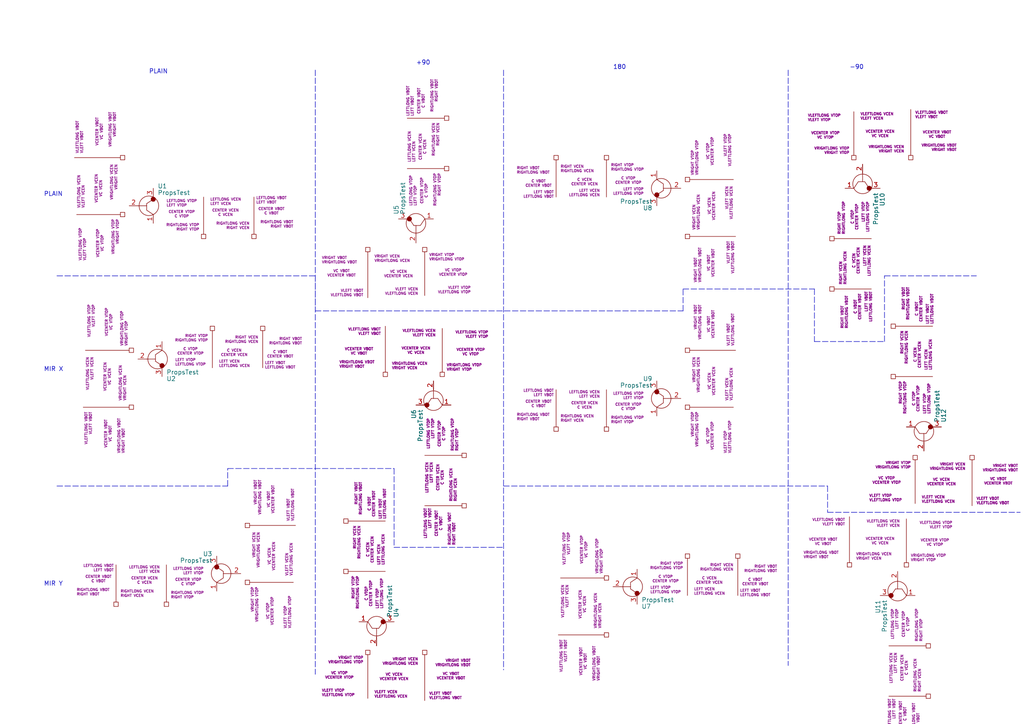
<source format=kicad_sch>
(kicad_sch (version 20211123) (generator eeschema)
  (paper "A4")
  (lib_symbols
    (symbol "PropLib:PropsTest" (pin_names hide)
      (property "Reference" "U" (at 2.54 0.635 0))
      (property "Value" "PropsTest" (at 2.54 -1.27 0))
      (property "Field4" "LEFTLONG VTOP" (at 5.08 -3.175 0))
      (property "Field5" "LEFT VTOP" (at 5.08 -4.445 0))
      (property "Field6" "CENTER VTOP" (at 9.525 -6.35 0))
      (property "Field7" "C VTOP" (at 9.525 -7.62 0))
      (property "Field8" "RIGHTLONG VTOP" (at 14.605 -10.16 0))
      (property "Field9" "RIGHT VTOP" (at 14.605 -11.43 0))
      (property "Field10" "LEFTLONG VCEN" (at 17.78 -3.175 0))
      (property "Field11" "LEFT VCEN" (at 17.78 -4.445 0))
      (property "Field12" "CENTER VCEN" (at 22.225 -6.35 0))
      (property "Field13" "C VCEN" (at 22.225 -7.62 0))
      (property "Field14" "RIGHTLONG VCEN" (at 29.21 -10.16 0))
      (property "Field15" "RIGHT VCEN" (at 29.21 -11.43 0))
      (property "Field16" "LEFTLONG VBOT" (at 31.115 -3.175 0))
      (property "Field17" "LEFT VBOT" (at 31.115 -4.445 0))
      (property "Field18" "CENTER VBOT" (at 35.56 -6.35 0))
      (property "Field19" "C VBOT" (at 35.56 -7.62 0))
      (property "Field20" "RIGHTLONG VBOT" (at 41.91 -10.16 0))
      (property "Field21" "RIGHT VBOT" (at 41.91 -11.43 0))
      (property "Field22" "VLEFTLONG VTOP" (at -20.32 -20.955 90))
      (property "Field23" "VLEFT VTOP" (at -19.05 -20.955 90))
      (property "Field24" "VCENTER VTOP" (at -15.24 -15.875 90))
      (property "Field25" "VC VTOP" (at -13.97 -15.875 90))
      (property "Field26" "VRIGHTLONG VTOP" (at -10.795 -8.89 90))
      (property "Field27" "VRIGHT VTOP" (at -9.525 -8.89 90))
      (property "Field28" "VLEFTLONG VCEN" (at -20.32 -5.715 90))
      (property "Field29" "VLEFT VCEN" (at -19.05 -5.715 90))
      (property "Field30" "VCENTER VCEN" (at -15.24 0 90))
      (property "Field31" "VC VCEN" (at -13.97 0 90))
      (property "Field32" "VRIGHTLONG VCEN" (at -10.795 6.985 90))
      (property "Field33" "VRIGHT VCEN" (at -9.525 6.985 90))
      (property "Field34" "VLEFTLONG VBOT" (at -20.32 10.16 90))
      (property "Field35" "VLEFT VBOT" (at -19.05 10.16 90))
      (property "Field36" "VCENTER VBOT" (at -14.605 16.51 90))
      (property "Field37" "VC VBOT" (at -13.335 16.51 90))
      (property "Field38" "VRIGHTLONG VBOT" (at -10.795 22.225 90))
      (property "Field39" "VRIGHT VBOT" (at -9.525 22.225 90))
      (symbol "PropsTest_0_1"
        (rectangle (start -8.255 -8.255) (end -6.985 -6.985))
        (rectangle (start -8.255 8.255) (end -6.985 9.525))
        (circle (center 0 -5.08) (radius 2.8398))
        (polyline (pts (xy -21.59 8.89) (xy -8.255 8.89)))
        (polyline (pts (xy -20.955 -7.62) (xy -8.255 -7.62)))
        (polyline (pts (xy -0.635 -5.08) (xy -3.175 -5.08)))
        (polyline (pts (xy -0.635 -4.445) (xy 1.27 -3.175)))
        (polyline (pts (xy 15.875 -2.54) (xy 15.875 -13.335)))
        (polyline (pts (xy 30.48 -2.54) (xy 30.48 -13.335)))
        (polyline (pts (xy -0.635 -4.445) (xy -0.635 -6.35) (xy 1.27 -7.62)))
        (circle (center 1.27 -3.175) (radius 0.635) (fill (type outline)))
        (rectangle (start 15.24 -13.335) (end 16.51 -14.605))
        (rectangle (start 29.845 -13.335) (end 31.115 -14.605))
      )
      (symbol "PropsTest_1_1"
        (pin input line (at 1.27 -10.16 90) (length 2.54) (name "1") (number "1"))
        (pin input line (at -5.715 -5.08 0) (length 2.54) (name "2") (number "2"))
        (pin input line (at 1.27 0 270) (length 2.54) (name "3") (number "3"))
      )
    )
  )
  (polyline (pts (xy 228.6 20.32) (xy 228.6 193.04)))
  (polyline (pts (xy 256.54 80.01) (xy 283.21 80.01)))
  (polyline (pts (xy 146.05 20.32) (xy 146.05 194.31)))
  (polyline (pts (xy 66.04 140.97) (xy 66.04 135.89)))
  (polyline (pts (xy 146.05 140.97) (xy 240.03 140.97)))
  (polyline (pts (xy 114.3 135.89) (xy 114.3 158.75)))
  (polyline (pts (xy 91.44 90.17) (xy 198.12 90.17)))
  (polyline (pts (xy 91.44 80.01) (xy 91.44 90.17)))
  (polyline (pts (xy 91.44 20.32) (xy 91.44 195.58)))
  (polyline (pts (xy 16.51 140.97) (xy 66.04 140.97)))
  (polyline (pts (xy 114.3 158.75) (xy 146.05 158.75)))
  (polyline (pts (xy 66.04 135.89) (xy 114.3 135.89)))
  (polyline (pts (xy 198.12 90.17) (xy 198.12 83.82)))
  (polyline (pts (xy 240.03 140.97) (xy 240.03 148.59)))
  (polyline (pts (xy 198.12 83.82) (xy 236.22 83.82)))
  (polyline (pts (xy 16.51 80.01) (xy 91.44 80.01)))
  (polyline (pts (xy 236.22 99.06) (xy 256.54 99.06)))
  (polyline (pts (xy 240.03 148.59) (xy 295.91 148.59)))
  (polyline (pts (xy 236.22 83.82) (xy 236.22 99.06)))
  (polyline (pts (xy 256.54 99.06) (xy 256.54 80.01)))
  (text "PLAIN" (at 12.7 57.15 0) (effects (font (size 1.27 1.27)) (justify left bottom)))
  (text "MIR Y" (at 12.7 170.18 0) (effects (font (size 1.27 1.27)) (justify left bottom)))
  (text "PLAIN" (at 43.18 21.59 0) (effects (font (size 1.27 1.27)) (justify left bottom)))
  (text "-90" (at 246.38 20.32 0) (effects (font (size 1.27 1.27)) (justify left bottom)))
  (text "180" (at 177.8 20.32 0) (effects (font (size 1.27 1.27)) (justify left bottom)))
  (text "+90" (at 120.65 19.05 0) (effects (font (size 1.27 1.27)) (justify left bottom)))
  (text "MIR X" (at 12.7 107.95 0) (effects (font (size 1.27 1.27)) (justify left bottom)))
  (symbol (lib_id "PropLib:PropsTest") (at 183.515 175.26 0) (mirror x) (unit 1)
    (property "Reference" "U7" (at 186.055 175.895 0) (effects (justify left)))
    (property "Value" "PropsTest" (at 186.055 173.99 0) (effects (justify left)))
    (property "Field4" "LEFTLONG VTOP" (at 188.595 172.085 0) (effects (font (size 0.75 0.75)) (justify left top)))
    (property "Field5" "LEFT VTOP" (at 188.595 170.815 0) (effects (font (size 0.75 0.75)) (justify left top)))
    (property "Field6" "CENTER VTOP" (at 193.04 168.91 0) (effects (font (size 0.75 0.75)) (justify top)))
    (property "Field7" "C VTOP" (at 193.04 167.64 0) (effects (font (size 0.75 0.75)) (justify top)))
    (property "Field8" "RIGHTLONG VTOP" (at 198.12 165.1 0) (effects (font (size 0.75 0.75)) (justify right top)))
    (property "Field9" "RIGHT VTOP" (at 198.12 163.83 0) (effects (font (size 0.75 0.75)) (justify right top)))
    (property "Field10" "LEFTLONG VCEN" (at 201.295 172.085 0) (effects (font (size 0.75 0.75)) (justify left)))
    (property "Field11" "LEFT VCEN" (at 201.295 170.815 0) (effects (font (size 0.75 0.75)) (justify left)))
    (property "Field12" "CENTER VCEN" (at 205.74 168.91 0) (effects (font (size 0.75 0.75))))
    (property "Field13" "C VCEN" (at 205.74 167.64 0) (effects (font (size 0.75 0.75))))
    (property "Field14" "RIGHTLONG VCEN" (at 212.725 165.1 0) (effects (font (size 0.75 0.75)) (justify right)))
    (property "Field15" "RIGHT VCEN" (at 212.725 163.83 0) (effects (font (size 0.75 0.75)) (justify right)))
    (property "Field16" "LEFTLONG VBOT" (at 214.63 172.085 0) (effects (font (size 0.75 0.75)) (justify left bottom)))
    (property "Field17" "LEFT VBOT" (at 214.63 170.815 0) (effects (font (size 0.75 0.75)) (justify left bottom)))
    (property "Field18" "CENTER VBOT" (at 219.075 168.91 0) (effects (font (size 0.75 0.75)) (justify bottom)))
    (property "Field19" "C VBOT" (at 219.075 167.64 0) (effects (font (size 0.75 0.75)) (justify bottom)))
    (property "Field20" "RIGHTLONG VBOT" (at 225.425 165.1 0) (effects (font (size 0.75 0.75)) (justify right bottom)))
    (property "Field21" "RIGHT VBOT" (at 225.425 163.83 0) (effects (font (size 0.75 0.75)) (justify right bottom)))
    (property "Field22" "VLEFTLONG VTOP" (at 163.195 154.305 90) (effects (font (size 0.75 0.75)) (justify left top)))
    (property "Field23" "VLEFT VTOP" (at 164.465 154.305 90) (effects (font (size 0.75 0.75)) (justify left top)))
    (property "Field24" "VCENTER VTOP" (at 168.275 159.385 90) (effects (font (size 0.75 0.75)) (justify top)))
    (property "Field25" "VC VTOP" (at 169.545 159.385 90) (effects (font (size 0.75 0.75)) (justify top)))
    (property "Field26" "VRIGHTLONG VTOP" (at 172.72 166.37 90) (effects (font (size 0.75 0.75)) (justify right top)))
    (property "Field27" "VRIGHT VTOP" (at 173.99 166.37 90) (effects (font (size 0.75 0.75)) (justify right top)))
    (property "Field28" "VLEFTLONG VCEN" (at 163.195 169.545 90) (effects (font (size 0.75 0.75)) (justify left)))
    (property "Field29" "VLEFT VCEN" (at 164.465 169.545 90) (effects (font (size 0.75 0.75)) (justify left)))
    (property "Field30" "VCENTER VCEN" (at 168.275 175.26 90) (effects (font (size 0.75 0.75))))
    (property "Field31" "VC VCEN" (at 169.545 175.26 90) (effects (font (size 0.75 0.75))))
    (property "Field32" "VRIGHTLONG VCEN" (at 172.72 182.245 90) (effects (font (size 0.75 0.75)) (justify right)))
    (property "Field33" "VRIGHT VCEN" (at 173.99 182.245 90) (effects (font (size 0.75 0.75)) (justify right)))
    (property "Field34" "VLEFTLONG VBOT" (at 163.195 185.42 90) (effects (font (size 0.75 0.75)) (justify left bottom)))
    (property "Field35" "VLEFT VBOT" (at 164.465 185.42 90) (effects (font (size 0.75 0.75)) (justify left bottom)))
    (property "Field36" "VCENTER VBOT" (at 168.91 191.77 90) (effects (font (size 0.75 0.75)) (justify bottom)))
    (property "Field37" "VC VBOT" (at 170.18 191.77 90) (effects (font (size 0.75 0.75)) (justify bottom)))
    (property "Field38" "VRIGHTLONG VBOT" (at 172.72 197.485 90) (effects (font (size 0.75 0.75)) (justify right bottom)))
    (property "Field39" "VRIGHT VBOT" (at 173.99 197.485 90) (effects (font (size 0.75 0.75)) (justify right bottom)))
  )
  (symbol (lib_id "PropLib:PropsTest") (at 64.135 161.29 0) (mirror y) (unit 1)
    (property "Reference" "U3" (at 61.595 160.655 0) (effects (justify left)))
    (property "Value" "PropsTest" (at 61.595 162.56 0) (effects (justify left)))
    (property "Field4" "LEFTLONG VTOP" (at 59.055 164.465 0) (effects (font (size 0.75 0.75)) (justify left top)))
    (property "Field5" "LEFT VTOP" (at 59.055 165.735 0) (effects (font (size 0.75 0.75)) (justify left top)))
    (property "Field6" "CENTER VTOP" (at 54.61 167.64 0) (effects (font (size 0.75 0.75)) (justify top)))
    (property "Field7" "C VTOP" (at 54.61 168.91 0) (effects (font (size 0.75 0.75)) (justify top)))
    (property "Field8" "RIGHTLONG VTOP" (at 49.53 171.45 0) (effects (font (size 0.75 0.75)) (justify right top)))
    (property "Field9" "RIGHT VTOP" (at 49.53 172.72 0) (effects (font (size 0.75 0.75)) (justify right top)))
    (property "Field10" "LEFTLONG VCEN" (at 46.355 164.465 0) (effects (font (size 0.75 0.75)) (justify left)))
    (property "Field11" "LEFT VCEN" (at 46.355 165.735 0) (effects (font (size 0.75 0.75)) (justify left)))
    (property "Field12" "CENTER VCEN" (at 41.91 167.64 0) (effects (font (size 0.75 0.75))))
    (property "Field13" "C VCEN" (at 41.91 168.91 0) (effects (font (size 0.75 0.75))))
    (property "Field14" "RIGHTLONG VCEN" (at 34.925 171.45 0) (effects (font (size 0.75 0.75)) (justify right)))
    (property "Field15" "RIGHT VCEN" (at 34.925 172.72 0) (effects (font (size 0.75 0.75)) (justify right)))
    (property "Field16" "LEFTLONG VBOT" (at 33.02 164.465 0) (effects (font (size 0.75 0.75)) (justify left bottom)))
    (property "Field17" "LEFT VBOT" (at 33.02 165.735 0) (effects (font (size 0.75 0.75)) (justify left bottom)))
    (property "Field18" "CENTER VBOT" (at 28.575 167.64 0) (effects (font (size 0.75 0.75)) (justify bottom)))
    (property "Field19" "C VBOT" (at 28.575 168.91 0) (effects (font (size 0.75 0.75)) (justify bottom)))
    (property "Field20" "RIGHTLONG VBOT" (at 22.225 171.45 0) (effects (font (size 0.75 0.75)) (justify right bottom)))
    (property "Field21" "RIGHT VBOT" (at 22.225 172.72 0) (effects (font (size 0.75 0.75)) (justify right bottom)))
    (property "Field22" "VLEFTLONG VTOP" (at 84.455 182.245 90) (effects (font (size 0.75 0.75)) (justify left top)))
    (property "Field23" "VLEFT VTOP" (at 83.185 182.245 90) (effects (font (size 0.75 0.75)) (justify left top)))
    (property "Field24" "VCENTER VTOP" (at 79.375 177.165 90) (effects (font (size 0.75 0.75)) (justify top)))
    (property "Field25" "VC VTOP" (at 78.105 177.165 90) (effects (font (size 0.75 0.75)) (justify top)))
    (property "Field26" "VRIGHTLONG VTOP" (at 74.93 170.18 90) (effects (font (size 0.75 0.75)) (justify right top)))
    (property "Field27" "VRIGHT VTOP" (at 73.66 170.18 90) (effects (font (size 0.75 0.75)) (justify right top)))
    (property "Field28" "VLEFTLONG VCEN" (at 84.455 167.005 90) (effects (font (size 0.75 0.75)) (justify left)))
    (property "Field29" "VLEFT VCEN" (at 83.185 167.005 90) (effects (font (size 0.75 0.75)) (justify left)))
    (property "Field30" "VCENTER VCEN" (at 79.375 161.29 90) (effects (font (size 0.75 0.75))))
    (property "Field31" "VC VCEN" (at 78.105 161.29 90) (effects (font (size 0.75 0.75))))
    (property "Field32" "VRIGHTLONG VCEN" (at 74.93 154.305 90) (effects (font (size 0.75 0.75)) (justify right)))
    (property "Field33" "VRIGHT VCEN" (at 73.66 154.305 90) (effects (font (size 0.75 0.75)) (justify right)))
    (property "Field34" "VLEFTLONG VBOT" (at 84.455 151.13 90) (effects (font (size 0.75 0.75)) (justify left bottom)))
    (property "Field35" "VLEFT VBOT" (at 83.185 151.13 90) (effects (font (size 0.75 0.75)) (justify left bottom)))
    (property "Field36" "VCENTER VBOT" (at 78.74 144.78 90) (effects (font (size 0.75 0.75)) (justify bottom)))
    (property "Field37" "VC VBOT" (at 77.47 144.78 90) (effects (font (size 0.75 0.75)) (justify bottom)))
    (property "Field38" "VRIGHTLONG VBOT" (at 74.93 139.065 90) (effects (font (size 0.75 0.75)) (justify right bottom)))
    (property "Field39" "VRIGHT VBOT" (at 73.66 139.065 90) (effects (font (size 0.75 0.75)) (justify right bottom)))
  )
  (symbol (lib_id "PropLib:PropsTest") (at 273.05 125.095 270) (mirror x) (unit 1)
    (property "Reference" "U12" (at 273.685 122.555 0) (effects (justify left)))
    (property "Value" "PropsTest" (at 271.78 122.555 0) (effects (justify left)))
    (property "Field4" "LEFTLONG VTOP" (at 269.875 120.015 0) (effects (font (size 0.75 0.75)) (justify left top)))
    (property "Field5" "LEFT VTOP" (at 268.605 120.015 0) (effects (font (size 0.75 0.75)) (justify left top)))
    (property "Field6" "CENTER VTOP" (at 266.7 115.57 0) (effects (font (size 0.75 0.75)) (justify top)))
    (property "Field7" "C VTOP" (at 265.43 115.57 0) (effects (font (size 0.75 0.75)) (justify top)))
    (property "Field8" "RIGHTLONG VTOP" (at 262.89 110.49 0) (effects (font (size 0.75 0.75)) (justify right top)))
    (property "Field9" "RIGHT VTOP" (at 261.62 110.49 0) (effects (font (size 0.75 0.75)) (justify right top)))
    (property "Field10" "LEFTLONG VCEN" (at 269.875 107.315 0) (effects (font (size 0.75 0.75)) (justify left)))
    (property "Field11" "LEFT VCEN" (at 268.605 107.315 0) (effects (font (size 0.75 0.75)) (justify left)))
    (property "Field12" "CENTER VCEN" (at 266.7 102.87 0) (effects (font (size 0.75 0.75))))
    (property "Field13" "C VCEN" (at 265.43 102.87 0) (effects (font (size 0.75 0.75))))
    (property "Field14" "RIGHTLONG VCEN" (at 262.89 95.885 0) (effects (font (size 0.75 0.75)) (justify right)))
    (property "Field15" "RIGHT VCEN" (at 261.62 95.885 0) (effects (font (size 0.75 0.75)) (justify right)))
    (property "Field16" "LEFTLONG VBOT" (at 269.875 93.98 0) (effects (font (size 0.75 0.75)) (justify left bottom)))
    (property "Field17" "LEFT VBOT" (at 268.605 93.98 0) (effects (font (size 0.75 0.75)) (justify left bottom)))
    (property "Field18" "CENTER VBOT" (at 266.7 89.535 0) (effects (font (size 0.75 0.75)) (justify bottom)))
    (property "Field19" "C VBOT" (at 265.43 89.535 0) (effects (font (size 0.75 0.75)) (justify bottom)))
    (property "Field20" "RIGHTLONG VBOT" (at 262.89 83.185 0) (effects (font (size 0.75 0.75)) (justify right bottom)))
    (property "Field21" "RIGHT VBOT" (at 261.62 83.185 0) (effects (font (size 0.75 0.75)) (justify right bottom)))
    (property "Field22" "VLEFTLONG VTOP" (at 252.095 145.415 90) (effects (font (size 0.75 0.75)) (justify left top)))
    (property "Field23" "VLEFT VTOP" (at 252.095 144.145 90) (effects (font (size 0.75 0.75)) (justify left top)))
    (property "Field24" "VCENTER VTOP" (at 257.175 140.335 90) (effects (font (size 0.75 0.75)) (justify top)))
    (property "Field25" "VC VTOP" (at 257.175 139.065 90) (effects (font (size 0.75 0.75)) (justify top)))
    (property "Field26" "VRIGHTLONG VTOP" (at 264.16 135.89 90) (effects (font (size 0.75 0.75)) (justify right top)))
    (property "Field27" "VRIGHT VTOP" (at 264.16 134.62 90) (effects (font (size 0.75 0.75)) (justify right top)))
    (property "Field28" "VLEFTLONG VCEN" (at 267.335 145.415 90) (effects (font (size 0.75 0.75)) (justify left)))
    (property "Field29" "VLEFT VCEN" (at 267.335 144.145 90) (effects (font (size 0.75 0.75)) (justify left)))
    (property "Field30" "VCENTER VCEN" (at 273.05 140.335 90) (effects (font (size 0.75 0.75))))
    (property "Field31" "VC VCEN" (at 273.05 139.065 90) (effects (font (size 0.75 0.75))))
    (property "Field32" "VRIGHTLONG VCEN" (at 280.035 135.89 90) (effects (font (size 0.75 0.75)) (justify right)))
    (property "Field33" "VRIGHT VCEN" (at 280.035 134.62 90) (effects (font (size 0.75 0.75)) (justify right)))
    (property "Field34" "VLEFTLONG VBOT" (at 283.21 145.415 90) (effects (font (size 0.75 0.75)) (justify left bottom)))
    (property "Field35" "VLEFT VBOT" (at 283.21 144.145 90) (effects (font (size 0.75 0.75)) (justify left bottom)))
    (property "Field36" "VCENTER VBOT" (at 289.56 139.7 90) (effects (font (size 0.75 0.75)) (justify bottom)))
    (property "Field37" "VC VBOT" (at 289.56 138.43 90) (effects (font (size 0.75 0.75)) (justify bottom)))
    (property "Field38" "VRIGHTLONG VBOT" (at 295.275 135.89 90) (effects (font (size 0.75 0.75)) (justify right bottom)))
    (property "Field39" "VRIGHT VBOT" (at 295.275 134.62 90) (effects (font (size 0.75 0.75)) (justify right bottom)))
  )
  (symbol (lib_id "PropLib:PropsTest") (at 114.3 181.61 270) (mirror x) (unit 1)
    (property "Reference" "U4" (at 114.935 179.07 0) (effects (justify left)))
    (property "Value" "PropsTest" (at 113.03 179.07 0) (effects (justify left)))
    (property "Field4" "LEFTLONG VTOP" (at 111.125 176.53 0) (effects (font (size 0.75 0.75)) (justify left top)))
    (property "Field5" "LEFT VTOP" (at 109.855 176.53 0) (effects (font (size 0.75 0.75)) (justify left top)))
    (property "Field6" "CENTER VTOP" (at 107.95 172.085 0) (effects (font (size 0.75 0.75)) (justify top)))
    (property "Field7" "C VTOP" (at 106.68 172.085 0) (effects (font (size 0.75 0.75)) (justify top)))
    (property "Field8" "RIGHTLONG VTOP" (at 104.14 167.005 0) (effects (font (size 0.75 0.75)) (justify right top)))
    (property "Field9" "RIGHT VTOP" (at 102.87 167.005 0) (effects (font (size 0.75 0.75)) (justify right top)))
    (property "Field10" "LEFTLONG VCEN" (at 111.125 163.83 0) (effects (font (size 0.75 0.75)) (justify left)))
    (property "Field11" "LEFT VCEN" (at 109.855 163.83 0) (effects (font (size 0.75 0.75)) (justify left)))
    (property "Field12" "CENTER VCEN" (at 107.95 159.385 0) (effects (font (size 0.75 0.75))))
    (property "Field13" "C VCEN" (at 106.68 159.385 0) (effects (font (size 0.75 0.75))))
    (property "Field14" "RIGHTLONG VCEN" (at 104.14 152.4 0) (effects (font (size 0.75 0.75)) (justify right)))
    (property "Field15" "RIGHT VCEN" (at 102.87 152.4 0) (effects (font (size 0.75 0.75)) (justify right)))
    (property "Field16" "LEFTLONG VBOT" (at 111.125 150.495 0) (effects (font (size 0.75 0.75)) (justify left bottom)))
    (property "Field17" "LEFT VBOT" (at 109.855 150.495 0) (effects (font (size 0.75 0.75)) (justify left bottom)))
    (property "Field18" "CENTER VBOT" (at 107.95 146.05 0) (effects (font (size 0.75 0.75)) (justify bottom)))
    (property "Field19" "C VBOT" (at 106.68 146.05 0) (effects (font (size 0.75 0.75)) (justify bottom)))
    (property "Field20" "RIGHTLONG VBOT" (at 104.14 139.7 0) (effects (font (size 0.75 0.75)) (justify right bottom)))
    (property "Field21" "RIGHT VBOT" (at 102.87 139.7 0) (effects (font (size 0.75 0.75)) (justify right bottom)))
    (property "Field22" "VLEFTLONG VTOP" (at 93.345 201.93 90) (effects (font (size 0.75 0.75)) (justify left top)))
    (property "Field23" "VLEFT VTOP" (at 93.345 200.66 90) (effects (font (size 0.75 0.75)) (justify left top)))
    (property "Field24" "VCENTER VTOP" (at 98.425 196.85 90) (effects (font (size 0.75 0.75)) (justify top)))
    (property "Field25" "VC VTOP" (at 98.425 195.58 90) (effects (font (size 0.75 0.75)) (justify top)))
    (property "Field26" "VRIGHTLONG VTOP" (at 105.41 192.405 90) (effects (font (size 0.75 0.75)) (justify right top)))
    (property "Field27" "VRIGHT VTOP" (at 105.41 191.135 90) (effects (font (size 0.75 0.75)) (justify right top)))
    (property "Field28" "VLEFTLONG VCEN" (at 108.585 201.93 90) (effects (font (size 0.75 0.75)) (justify left)))
    (property "Field29" "VLEFT VCEN" (at 108.585 200.66 90) (effects (font (size 0.75 0.75)) (justify left)))
    (property "Field30" "VCENTER VCEN" (at 114.3 196.85 90) (effects (font (size 0.75 0.75))))
    (property "Field31" "VC VCEN" (at 114.3 195.58 90) (effects (font (size 0.75 0.75))))
    (property "Field32" "VRIGHTLONG VCEN" (at 121.285 192.405 90) (effects (font (size 0.75 0.75)) (justify right)))
    (property "Field33" "VRIGHT VCEN" (at 121.285 191.135 90) (effects (font (size 0.75 0.75)) (justify right)))
    (property "Field34" "VLEFTLONG VBOT" (at 124.46 201.93 90) (effects (font (size 0.75 0.75)) (justify left bottom)))
    (property "Field35" "VLEFT VBOT" (at 124.46 200.66 90) (effects (font (size 0.75 0.75)) (justify left bottom)))
    (property "Field36" "VCENTER VBOT" (at 130.81 196.215 90) (effects (font (size 0.75 0.75)) (justify bottom)))
    (property "Field37" "VC VBOT" (at 130.81 194.945 90) (effects (font (size 0.75 0.75)) (justify bottom)))
    (property "Field38" "VRIGHTLONG VBOT" (at 136.525 192.405 90) (effects (font (size 0.75 0.75)) (justify right bottom)))
    (property "Field39" "VRIGHT VBOT" (at 136.525 191.135 90) (effects (font (size 0.75 0.75)) (justify right bottom)))
  )
  (symbol (lib_id "PropLib:PropsTest") (at 43.18 54.61 0) (unit 1)
    (property "Reference" "U1" (at 45.72 53.975 0) (effects (justify left)))
    (property "Value" "PropsTest" (at 45.72 55.88 0) (effects (justify left)))
    (property "Field4" "LEFTLONG VTOP" (at 48.26 57.785 0) (effects (font (size 0.75 0.75)) (justify left top)))
    (property "Field5" "LEFT VTOP" (at 48.26 59.055 0) (effects (font (size 0.75 0.75)) (justify left top)))
    (property "Field6" "CENTER VTOP" (at 52.705 60.96 0) (effects (font (size 0.75 0.75)) (justify top)))
    (property "Field7" "C VTOP" (at 52.705 62.23 0) (effects (font (size 0.75 0.75)) (justify top)))
    (property "Field8" "RIGHTLONG VTOP" (at 57.785 64.77 0) (effects (font (size 0.75 0.75)) (justify right top)))
    (property "Field9" "RIGHT VTOP" (at 57.785 66.04 0) (effects (font (size 0.75 0.75)) (justify right top)))
    (property "Field10" "LEFTLONG VCEN" (at 60.96 57.785 0) (effects (font (size 0.75 0.75)) (justify left)))
    (property "Field11" "LEFT VCEN" (at 60.96 59.055 0) (effects (font (size 0.75 0.75)) (justify left)))
    (property "Field12" "CENTER VCEN" (at 65.405 60.96 0) (effects (font (size 0.75 0.75))))
    (property "Field13" "C VCEN" (at 65.405 62.23 0) (effects (font (size 0.75 0.75))))
    (property "Field14" "RIGHTLONG VCEN" (at 72.39 64.77 0) (effects (font (size 0.75 0.75)) (justify right)))
    (property "Field15" "RIGHT VCEN" (at 72.39 66.04 0) (effects (font (size 0.75 0.75)) (justify right)))
    (property "Field16" "LEFTLONG VBOT" (at 74.295 57.785 0) (effects (font (size 0.75 0.75)) (justify left bottom)))
    (property "Field17" "LEFT VBOT" (at 74.295 59.055 0) (effects (font (size 0.75 0.75)) (justify left bottom)))
    (property "Field18" "CENTER VBOT" (at 78.74 60.96 0) (effects (font (size 0.75 0.75)) (justify bottom)))
    (property "Field19" "C VBOT" (at 78.74 62.23 0) (effects (font (size 0.75 0.75)) (justify bottom)))
    (property "Field20" "RIGHTLONG VBOT" (at 85.09 64.77 0) (effects (font (size 0.75 0.75)) (justify right bottom)))
    (property "Field21" "RIGHT VBOT" (at 85.09 66.04 0) (effects (font (size 0.75 0.75)) (justify right bottom)))
    (property "Field22" "VLEFTLONG VTOP" (at 22.86 75.565 90) (effects (font (size 0.75 0.75)) (justify left top)))
    (property "Field23" "VLEFT VTOP" (at 24.13 75.565 90) (effects (font (size 0.75 0.75)) (justify left top)))
    (property "Field24" "VCENTER VTOP" (at 27.94 70.485 90) (effects (font (size 0.75 0.75)) (justify top)))
    (property "Field25" "VC VTOP" (at 29.21 70.485 90) (effects (font (size 0.75 0.75)) (justify top)))
    (property "Field26" "VRIGHTLONG VTOP" (at 32.385 63.5 90) (effects (font (size 0.75 0.75)) (justify right top)))
    (property "Field27" "VRIGHT VTOP" (at 33.655 63.5 90) (effects (font (size 0.75 0.75)) (justify right top)))
    (property "Field28" "VLEFTLONG VCEN" (at 22.86 60.325 90) (effects (font (size 0.75 0.75)) (justify left)))
    (property "Field29" "VLEFT VCEN" (at 24.13 60.325 90) (effects (font (size 0.75 0.75)) (justify left)))
    (property "Field30" "VCENTER VCEN" (at 27.94 54.61 90) (effects (font (size 0.75 0.75))))
    (property "Field31" "VC VCEN" (at 29.21 54.61 90) (effects (font (size 0.75 0.75))))
    (property "Field32" "VRIGHTLONG VCEN" (at 32.385 47.625 90) (effects (font (size 0.75 0.75)) (justify right)))
    (property "Field33" "VRIGHT VCEN" (at 33.655 47.625 90) (effects (font (size 0.75 0.75)) (justify right)))
    (property "Field34" "VLEFTLONG VBOT" (at 22.86 44.45 90) (effects (font (size 0.75 0.75)) (justify left bottom)))
    (property "Field35" "VLEFT VBOT" (at 24.13 44.45 90) (effects (font (size 0.75 0.75)) (justify left bottom)))
    (property "Field36" "VCENTER VBOT" (at 28.575 38.1 90) (effects (font (size 0.75 0.75)) (justify bottom)))
    (property "Field37" "VC VBOT" (at 29.845 38.1 90) (effects (font (size 0.75 0.75)) (justify bottom)))
    (property "Field38" "VRIGHTLONG VBOT" (at 32.385 32.385 90) (effects (font (size 0.75 0.75)) (justify right bottom)))
    (property "Field39" "VRIGHT VBOT" (at 33.655 32.385 90) (effects (font (size 0.75 0.75)) (justify right bottom)))
  )
  (symbol (lib_id "PropLib:PropsTest") (at 255.27 53.34 270) (unit 1)
    (property "Reference" "U10" (at 255.905 55.88 0) (effects (justify left)))
    (property "Value" "PropsTest" (at 254 55.88 0) (effects (justify left)))
    (property "Field4" "LEFTLONG VTOP" (at 252.095 58.42 0) (effects (font (size 0.75 0.75)) (justify left top)))
    (property "Field5" "LEFT VTOP" (at 250.825 58.42 0) (effects (font (size 0.75 0.75)) (justify left top)))
    (property "Field6" "CENTER VTOP" (at 248.92 62.865 0) (effects (font (size 0.75 0.75)) (justify top)))
    (property "Field7" "C VTOP" (at 247.65 62.865 0) (effects (font (size 0.75 0.75)) (justify top)))
    (property "Field8" "RIGHTLONG VTOP" (at 245.11 67.945 0) (effects (font (size 0.75 0.75)) (justify right top)))
    (property "Field9" "RIGHT VTOP" (at 243.84 67.945 0) (effects (font (size 0.75 0.75)) (justify right top)))
    (property "Field10" "LEFTLONG VCEN" (at 252.095 71.12 0) (effects (font (size 0.75 0.75)) (justify left)))
    (property "Field11" "LEFT VCEN" (at 250.825 71.12 0) (effects (font (size 0.75 0.75)) (justify left)))
    (property "Field12" "CENTER VCEN" (at 248.92 75.565 0) (effects (font (size 0.75 0.75))))
    (property "Field13" "C VCEN" (at 247.65 75.565 0) (effects (font (size 0.75 0.75))))
    (property "Field14" "RIGHTLONG VCEN" (at 245.11 82.55 0) (effects (font (size 0.75 0.75)) (justify right)))
    (property "Field15" "RIGHT VCEN" (at 243.84 82.55 0) (effects (font (size 0.75 0.75)) (justify right)))
    (property "Field16" "LEFTLONG VBOT" (at 252.095 84.455 0) (effects (font (size 0.75 0.75)) (justify left bottom)))
    (property "Field17" "LEFT VBOT" (at 250.825 84.455 0) (effects (font (size 0.75 0.75)) (justify left bottom)))
    (property "Field18" "CENTER VBOT" (at 248.92 88.9 0) (effects (font (size 0.75 0.75)) (justify bottom)))
    (property "Field19" "C VBOT" (at 247.65 88.9 0) (effects (font (size 0.75 0.75)) (justify bottom)))
    (property "Field20" "RIGHTLONG VBOT" (at 245.11 95.25 0) (effects (font (size 0.75 0.75)) (justify right bottom)))
    (property "Field21" "RIGHT VBOT" (at 243.84 95.25 0) (effects (font (size 0.75 0.75)) (justify right bottom)))
    (property "Field22" "VLEFTLONG VTOP" (at 234.315 33.02 90) (effects (font (size 0.75 0.75)) (justify left top)))
    (property "Field23" "VLEFT VTOP" (at 234.315 34.29 90) (effects (font (size 0.75 0.75)) (justify left top)))
    (property "Field24" "VCENTER VTOP" (at 239.395 38.1 90) (effects (font (size 0.75 0.75)) (justify top)))
    (property "Field25" "VC VTOP" (at 239.395 39.37 90) (effects (font (size 0.75 0.75)) (justify top)))
    (property "Field26" "VRIGHTLONG VTOP" (at 246.38 42.545 90) (effects (font (size 0.75 0.75)) (justify right top)))
    (property "Field27" "VRIGHT VTOP" (at 246.38 43.815 90) (effects (font (size 0.75 0.75)) (justify right top)))
    (property "Field28" "VLEFTLONG VCEN" (at 249.555 33.02 90) (effects (font (size 0.75 0.75)) (justify left)))
    (property "Field29" "VLEFT VCEN" (at 249.555 34.29 90) (effects (font (size 0.75 0.75)) (justify left)))
    (property "Field30" "VCENTER VCEN" (at 255.27 38.1 90) (effects (font (size 0.75 0.75))))
    (property "Field31" "VC VCEN" (at 255.27 39.37 90) (effects (font (size 0.75 0.75))))
    (property "Field32" "VRIGHTLONG VCEN" (at 262.255 42.545 90) (effects (font (size 0.75 0.75)) (justify right)))
    (property "Field33" "VRIGHT VCEN" (at 262.255 43.815 90) (effects (font (size 0.75 0.75)) (justify right)))
    (property "Field34" "VLEFTLONG VBOT" (at 265.43 33.02 90) (effects (font (size 0.75 0.75)) (justify left bottom)))
    (property "Field35" "VLEFT VBOT" (at 265.43 34.29 90) (effects (font (size 0.75 0.75)) (justify left bottom)))
    (property "Field36" "VCENTER VBOT" (at 271.78 38.735 90) (effects (font (size 0.75 0.75)) (justify bottom)))
    (property "Field37" "VC VBOT" (at 271.78 40.005 90) (effects (font (size 0.75 0.75)) (justify bottom)))
    (property "Field38" "VRIGHTLONG VBOT" (at 277.495 42.545 90) (effects (font (size 0.75 0.75)) (justify right bottom)))
    (property "Field39" "VRIGHT VBOT" (at 277.495 43.815 90) (effects (font (size 0.75 0.75)) (justify right bottom)))
  )
  (symbol (lib_id "PropLib:PropsTest") (at 191.77 59.69 180) (unit 1)
    (property "Reference" "U8" (at 189.23 60.325 0) (effects (justify left)))
    (property "Value" "PropsTest" (at 189.23 58.42 0) (effects (justify left)))
    (property "Field4" "LEFTLONG VTOP" (at 186.69 56.515 0) (effects (font (size 0.75 0.75)) (justify left top)))
    (property "Field5" "LEFT VTOP" (at 186.69 55.245 0) (effects (font (size 0.75 0.75)) (justify left top)))
    (property "Field6" "CENTER VTOP" (at 182.245 53.34 0) (effects (font (size 0.75 0.75)) (justify top)))
    (property "Field7" "C VTOP" (at 182.245 52.07 0) (effects (font (size 0.75 0.75)) (justify top)))
    (property "Field8" "RIGHTLONG VTOP" (at 177.165 49.53 0) (effects (font (size 0.75 0.75)) (justify right top)))
    (property "Field9" "RIGHT VTOP" (at 177.165 48.26 0) (effects (font (size 0.75 0.75)) (justify right top)))
    (property "Field10" "LEFTLONG VCEN" (at 173.99 56.515 0) (effects (font (size 0.75 0.75)) (justify left)))
    (property "Field11" "LEFT VCEN" (at 173.99 55.245 0) (effects (font (size 0.75 0.75)) (justify left)))
    (property "Field12" "CENTER VCEN" (at 169.545 53.34 0) (effects (font (size 0.75 0.75))))
    (property "Field13" "C VCEN" (at 169.545 52.07 0) (effects (font (size 0.75 0.75))))
    (property "Field14" "RIGHTLONG VCEN" (at 162.56 49.53 0) (effects (font (size 0.75 0.75)) (justify right)))
    (property "Field15" "RIGHT VCEN" (at 162.56 48.26 0) (effects (font (size 0.75 0.75)) (justify right)))
    (property "Field16" "LEFTLONG VBOT" (at 160.655 56.515 0) (effects (font (size 0.75 0.75)) (justify left bottom)))
    (property "Field17" "LEFT VBOT" (at 160.655 55.245 0) (effects (font (size 0.75 0.75)) (justify left bottom)))
    (property "Field18" "CENTER VBOT" (at 156.21 53.34 0) (effects (font (size 0.75 0.75)) (justify bottom)))
    (property "Field19" "C VBOT" (at 156.21 52.07 0) (effects (font (size 0.75 0.75)) (justify bottom)))
    (property "Field20" "RIGHTLONG VBOT" (at 149.86 49.53 0) (effects (font (size 0.75 0.75)) (justify right bottom)))
    (property "Field21" "RIGHT VBOT" (at 149.86 48.26 0) (effects (font (size 0.75 0.75)) (justify right bottom)))
    (property "Field22" "VLEFTLONG VTOP" (at 212.09 38.735 90) (effects (font (size 0.75 0.75)) (justify left top)))
    (property "Field23" "VLEFT VTOP" (at 210.82 38.735 90) (effects (font (size 0.75 0.75)) (justify left top)))
    (property "Field24" "VCENTER VTOP" (at 207.01 43.815 90) (effects (font (size 0.75 0.75)) (justify top)))
    (property "Field25" "VC VTOP" (at 205.74 43.815 90) (effects (font (size 0.75 0.75)) (justify top)))
    (property "Field26" "VRIGHTLONG VTOP" (at 202.565 50.8 90) (effects (font (size 0.75 0.75)) (justify right top)))
    (property "Field27" "VRIGHT VTOP" (at 201.295 50.8 90) (effects (font (size 0.75 0.75)) (justify right top)))
    (property "Field28" "VLEFTLONG VCEN" (at 212.09 53.975 90) (effects (font (size 0.75 0.75)) (justify left)))
    (property "Field29" "VLEFT VCEN" (at 210.82 53.975 90) (effects (font (size 0.75 0.75)) (justify left)))
    (property "Field30" "VCENTER VCEN" (at 207.01 59.69 90) (effects (font (size 0.75 0.75))))
    (property "Field31" "VC VCEN" (at 205.74 59.69 90) (effects (font (size 0.75 0.75))))
    (property "Field32" "VRIGHTLONG VCEN" (at 202.565 66.675 90) (effects (font (size 0.75 0.75)) (justify right)))
    (property "Field33" "VRIGHT VCEN" (at 201.295 66.675 90) (effects (font (size 0.75 0.75)) (justify right)))
    (property "Field34" "VLEFTLONG VBOT" (at 212.09 69.85 90) (effects (font (size 0.75 0.75)) (justify left bottom)))
    (property "Field35" "VLEFT VBOT" (at 210.82 69.85 90) (effects (font (size 0.75 0.75)) (justify left bottom)))
    (property "Field36" "VCENTER VBOT" (at 206.375 76.2 90) (effects (font (size 0.75 0.75)) (justify bottom)))
    (property "Field37" "VC VBOT" (at 205.105 76.2 90) (effects (font (size 0.75 0.75)) (justify bottom)))
    (property "Field38" "VRIGHTLONG VBOT" (at 202.565 81.915 90) (effects (font (size 0.75 0.75)) (justify right bottom)))
    (property "Field39" "VRIGHT VBOT" (at 201.295 81.915 90) (effects (font (size 0.75 0.75)) (justify right bottom)))
  )
  (symbol (lib_id "PropLib:PropsTest") (at 120.65 116.205 90) (mirror x) (unit 1)
    (property "Reference" "U6" (at 120.015 118.745 0) (effects (justify left)))
    (property "Value" "PropsTest" (at 121.92 118.745 0) (effects (justify left)))
    (property "Field4" "LEFTLONG VTOP" (at 123.825 121.285 0) (effects (font (size 0.75 0.75)) (justify left top)))
    (property "Field5" "LEFT VTOP" (at 125.095 121.285 0) (effects (font (size 0.75 0.75)) (justify left top)))
    (property "Field6" "CENTER VTOP" (at 127 125.73 0) (effects (font (size 0.75 0.75)) (justify top)))
    (property "Field7" "C VTOP" (at 128.27 125.73 0) (effects (font (size 0.75 0.75)) (justify top)))
    (property "Field8" "RIGHTLONG VTOP" (at 130.81 130.81 0) (effects (font (size 0.75 0.75)) (justify right top)))
    (property "Field9" "RIGHT VTOP" (at 132.08 130.81 0) (effects (font (size 0.75 0.75)) (justify right top)))
    (property "Field10" "LEFTLONG VCEN" (at 123.825 133.985 0) (effects (font (size 0.75 0.75)) (justify left)))
    (property "Field11" "LEFT VCEN" (at 125.095 133.985 0) (effects (font (size 0.75 0.75)) (justify left)))
    (property "Field12" "CENTER VCEN" (at 127 138.43 0) (effects (font (size 0.75 0.75))))
    (property "Field13" "C VCEN" (at 128.27 138.43 0) (effects (font (size 0.75 0.75))))
    (property "Field14" "RIGHTLONG VCEN" (at 130.81 145.415 0) (effects (font (size 0.75 0.75)) (justify right)))
    (property "Field15" "RIGHT VCEN" (at 132.08 145.415 0) (effects (font (size 0.75 0.75)) (justify right)))
    (property "Field16" "LEFTLONG VBOT" (at 123.825 147.32 0) (effects (font (size 0.75 0.75)) (justify left bottom)))
    (property "Field17" "LEFT VBOT" (at 125.095 147.32 0) (effects (font (size 0.75 0.75)) (justify left bottom)))
    (property "Field18" "CENTER VBOT" (at 127 151.765 0) (effects (font (size 0.75 0.75)) (justify bottom)))
    (property "Field19" "C VBOT" (at 128.27 151.765 0) (effects (font (size 0.75 0.75)) (justify bottom)))
    (property "Field20" "RIGHTLONG VBOT" (at 130.81 158.115 0) (effects (font (size 0.75 0.75)) (justify right bottom)))
    (property "Field21" "RIGHT VBOT" (at 132.08 158.115 0) (effects (font (size 0.75 0.75)) (justify right bottom)))
    (property "Field22" "VLEFTLONG VTOP" (at 141.605 95.885 90) (effects (font (size 0.75 0.75)) (justify left top)))
    (property "Field23" "VLEFT VTOP" (at 141.605 97.155 90) (effects (font (size 0.75 0.75)) (justify left top)))
    (property "Field24" "VCENTER VTOP" (at 136.525 100.965 90) (effects (font (size 0.75 0.75)) (justify top)))
    (property "Field25" "VC VTOP" (at 136.525 102.235 90) (effects (font (size 0.75 0.75)) (justify top)))
    (property "Field26" "VRIGHTLONG VTOP" (at 129.54 105.41 90) (effects (font (size 0.75 0.75)) (justify right top)))
    (property "Field27" "VRIGHT VTOP" (at 129.54 106.68 90) (effects (font (size 0.75 0.75)) (justify right top)))
    (property "Field28" "VLEFTLONG VCEN" (at 126.365 95.885 90) (effects (font (size 0.75 0.75)) (justify left)))
    (property "Field29" "VLEFT VCEN" (at 126.365 97.155 90) (effects (font (size 0.75 0.75)) (justify left)))
    (property "Field30" "VCENTER VCEN" (at 120.65 100.965 90) (effects (font (size 0.75 0.75))))
    (property "Field31" "VC VCEN" (at 120.65 102.235 90) (effects (font (size 0.75 0.75))))
    (property "Field32" "VRIGHTLONG VCEN" (at 113.665 105.41 90) (effects (font (size 0.75 0.75)) (justify right)))
    (property "Field33" "VRIGHT VCEN" (at 113.665 106.68 90) (effects (font (size 0.75 0.75)) (justify right)))
    (property "Field34" "VLEFTLONG VBOT" (at 110.49 95.885 90) (effects (font (size 0.75 0.75)) (justify left bottom)))
    (property "Field35" "VLEFT VBOT" (at 110.49 97.155 90) (effects (font (size 0.75 0.75)) (justify left bottom)))
    (property "Field36" "VCENTER VBOT" (at 104.14 101.6 90) (effects (font (size 0.75 0.75)) (justify bottom)))
    (property "Field37" "VC VBOT" (at 104.14 102.87 90) (effects (font (size 0.75 0.75)) (justify bottom)))
    (property "Field38" "VRIGHTLONG VBOT" (at 98.425 105.41 90) (effects (font (size 0.75 0.75)) (justify right bottom)))
    (property "Field39" "VRIGHT VBOT" (at 98.425 106.68 90) (effects (font (size 0.75 0.75)) (justify right bottom)))
  )
  (symbol (lib_id "PropLib:PropsTest") (at 255.27 171.45 90) (mirror x) (unit 1)
    (property "Reference" "U11" (at 254.635 173.99 0) (effects (justify left)))
    (property "Value" "PropsTest" (at 256.54 173.99 0) (effects (justify left)))
    (property "Field4" "LEFTLONG VTOP" (at 258.445 176.53 0) (effects (font (size 0.75 0.75)) (justify left top)))
    (property "Field5" "LEFT VTOP" (at 259.715 176.53 0) (effects (font (size 0.75 0.75)) (justify left top)))
    (property "Field6" "CENTER VTOP" (at 261.62 180.975 0) (effects (font (size 0.75 0.75)) (justify top)))
    (property "Field7" "C VTOP" (at 262.89 180.975 0) (effects (font (size 0.75 0.75)) (justify top)))
    (property "Field8" "RIGHTLONG VTOP" (at 265.43 186.055 0) (effects (font (size 0.75 0.75)) (justify right top)))
    (property "Field9" "RIGHT VTOP" (at 266.7 186.055 0) (effects (font (size 0.75 0.75)) (justify right top)))
    (property "Field10" "LEFTLONG VCEN" (at 258.445 189.23 0) (effects (font (size 0.75 0.75)) (justify left)))
    (property "Field11" "LEFT VCEN" (at 259.715 189.23 0) (effects (font (size 0.75 0.75)) (justify left)))
    (property "Field12" "CENTER VCEN" (at 261.62 193.675 0) (effects (font (size 0.75 0.75))))
    (property "Field13" "C VCEN" (at 262.89 193.675 0) (effects (font (size 0.75 0.75))))
    (property "Field14" "RIGHTLONG VCEN" (at 265.43 200.66 0) (effects (font (size 0.75 0.75)) (justify right)))
    (property "Field15" "RIGHT VCEN" (at 266.7 200.66 0) (effects (font (size 0.75 0.75)) (justify right)))
    (property "Field16" "LEFTLONG VBOT" (at 258.445 202.565 0) (effects (font (size 0.75 0.75)) (justify left bottom)))
    (property "Field17" "LEFT VBOT" (at 259.715 202.565 0) (effects (font (size 0.75 0.75)) (justify left bottom)))
    (property "Field18" "CENTER VBOT" (at 261.62 207.01 0) (effects (font (size 0.75 0.75)) (justify bottom)))
    (property "Field19" "C VBOT" (at 262.89 207.01 0) (effects (font (size 0.75 0.75)) (justify bottom)))
    (property "Field20" "RIGHTLONG VBOT" (at 265.43 213.36 0) (effects (font (size 0.75 0.75)) (justify right bottom)))
    (property "Field21" "RIGHT VBOT" (at 266.7 213.36 0) (effects (font (size 0.75 0.75)) (justify right bottom)))
    (property "Field22" "VLEFTLONG VTOP" (at 276.225 151.13 90) (effects (font (size 0.75 0.75)) (justify left top)))
    (property "Field23" "VLEFT VTOP" (at 276.225 152.4 90) (effects (font (size 0.75 0.75)) (justify left top)))
    (property "Field24" "VCENTER VTOP" (at 271.145 156.21 90) (effects (font (size 0.75 0.75)) (justify top)))
    (property "Field25" "VC VTOP" (at 271.145 157.48 90) (effects (font (size 0.75 0.75)) (justify top)))
    (property "Field26" "VRIGHTLONG VTOP" (at 264.16 160.655 90) (effects (font (size 0.75 0.75)) (justify right top)))
    (property "Field27" "VRIGHT VTOP" (at 264.16 161.925 90) (effects (font (size 0.75 0.75)) (justify right top)))
    (property "Field28" "VLEFTLONG VCEN" (at 260.985 151.13 90) (effects (font (size 0.75 0.75)) (justify left)))
    (property "Field29" "VLEFT VCEN" (at 260.985 152.4 90) (effects (font (size 0.75 0.75)) (justify left)))
    (property "Field30" "VCENTER VCEN" (at 255.27 156.21 90) (effects (font (size 0.75 0.75))))
    (property "Field31" "VC VCEN" (at 255.27 157.48 90) (effects (font (size 0.75 0.75))))
    (property "Field32" "VRIGHTLONG VCEN" (at 248.285 160.655 90) (effects (font (size 0.75 0.75)) (justify right)))
    (property "Field33" "VRIGHT VCEN" (at 248.285 161.925 90) (effects (font (size 0.75 0.75)) (justify right)))
    (property "Field34" "VLEFTLONG VBOT" (at 245.11 151.13 90) (effects (font (size 0.75 0.75)) (justify left bottom)))
    (property "Field35" "VLEFT VBOT" (at 245.11 152.4 90) (effects (font (size 0.75 0.75)) (justify left bottom)))
    (property "Field36" "VCENTER VBOT" (at 238.76 156.845 90) (effects (font (size 0.75 0.75)) (justify bottom)))
    (property "Field37" "VC VBOT" (at 238.76 158.115 90) (effects (font (size 0.75 0.75)) (justify bottom)))
    (property "Field38" "VRIGHTLONG VBOT" (at 233.045 160.655 90) (effects (font (size 0.75 0.75)) (justify right bottom)))
    (property "Field39" "VRIGHT VBOT" (at 233.045 161.925 90) (effects (font (size 0.75 0.75)) (justify right bottom)))
  )
  (symbol (lib_id "PropLib:PropsTest") (at 191.77 110.49 0) (mirror y) (unit 1)
    (property "Reference" "U9" (at 189.23 109.855 0) (effects (justify left)))
    (property "Value" "PropsTest" (at 189.23 111.76 0) (effects (justify left)))
    (property "Field4" "LEFTLONG VTOP" (at 186.69 113.665 0) (effects (font (size 0.75 0.75)) (justify left top)))
    (property "Field5" "LEFT VTOP" (at 186.69 114.935 0) (effects (font (size 0.75 0.75)) (justify left top)))
    (property "Field6" "CENTER VTOP" (at 182.245 116.84 0) (effects (font (size 0.75 0.75)) (justify top)))
    (property "Field7" "C VTOP" (at 182.245 118.11 0) (effects (font (size 0.75 0.75)) (justify top)))
    (property "Field8" "RIGHTLONG VTOP" (at 177.165 120.65 0) (effects (font (size 0.75 0.75)) (justify right top)))
    (property "Field9" "RIGHT VTOP" (at 177.165 121.92 0) (effects (font (size 0.75 0.75)) (justify right top)))
    (property "Field10" "LEFTLONG VCEN" (at 173.99 113.665 0) (effects (font (size 0.75 0.75)) (justify left)))
    (property "Field11" "LEFT VCEN" (at 173.99 114.935 0) (effects (font (size 0.75 0.75)) (justify left)))
    (property "Field12" "CENTER VCEN" (at 169.545 116.84 0) (effects (font (size 0.75 0.75))))
    (property "Field13" "C VCEN" (at 169.545 118.11 0) (effects (font (size 0.75 0.75))))
    (property "Field14" "RIGHTLONG VCEN" (at 162.56 120.65 0) (effects (font (size 0.75 0.75)) (justify right)))
    (property "Field15" "RIGHT VCEN" (at 162.56 121.92 0) (effects (font (size 0.75 0.75)) (justify right)))
    (property "Field16" "LEFTLONG VBOT" (at 160.655 113.665 0) (effects (font (size 0.75 0.75)) (justify left bottom)))
    (property "Field17" "LEFT VBOT" (at 160.655 114.935 0) (effects (font (size 0.75 0.75)) (justify left bottom)))
    (property "Field18" "CENTER VBOT" (at 156.21 116.84 0) (effects (font (size 0.75 0.75)) (justify bottom)))
    (property "Field19" "C VBOT" (at 156.21 118.11 0) (effects (font (size 0.75 0.75)) (justify bottom)))
    (property "Field20" "RIGHTLONG VBOT" (at 149.86 120.65 0) (effects (font (size 0.75 0.75)) (justify right bottom)))
    (property "Field21" "RIGHT VBOT" (at 149.86 121.92 0) (effects (font (size 0.75 0.75)) (justify right bottom)))
    (property "Field22" "VLEFTLONG VTOP" (at 212.09 131.445 90) (effects (font (size 0.75 0.75)) (justify left top)))
    (property "Field23" "VLEFT VTOP" (at 210.82 131.445 90) (effects (font (size 0.75 0.75)) (justify left top)))
    (property "Field24" "VCENTER VTOP" (at 207.01 126.365 90) (effects (font (size 0.75 0.75)) (justify top)))
    (property "Field25" "VC VTOP" (at 205.74 126.365 90) (effects (font (size 0.75 0.75)) (justify top)))
    (property "Field26" "VRIGHTLONG VTOP" (at 202.565 119.38 90) (effects (font (size 0.75 0.75)) (justify right top)))
    (property "Field27" "VRIGHT VTOP" (at 201.295 119.38 90) (effects (font (size 0.75 0.75)) (justify right top)))
    (property "Field28" "VLEFTLONG VCEN" (at 212.09 116.205 90) (effects (font (size 0.75 0.75)) (justify left)))
    (property "Field29" "VLEFT VCEN" (at 210.82 116.205 90) (effects (font (size 0.75 0.75)) (justify left)))
    (property "Field30" "VCENTER VCEN" (at 207.01 110.49 90) (effects (font (size 0.75 0.75))))
    (property "Field31" "VC VCEN" (at 205.74 110.49 90) (effects (font (size 0.75 0.75))))
    (property "Field32" "VRIGHTLONG VCEN" (at 202.565 103.505 90) (effects (font (size 0.75 0.75)) (justify right)))
    (property "Field33" "VRIGHT VCEN" (at 201.295 103.505 90) (effects (font (size 0.75 0.75)) (justify right)))
    (property "Field34" "VLEFTLONG VBOT" (at 212.09 100.33 90) (effects (font (size 0.75 0.75)) (justify left bottom)))
    (property "Field35" "VLEFT VBOT" (at 210.82 100.33 90) (effects (font (size 0.75 0.75)) (justify left bottom)))
    (property "Field36" "VCENTER VBOT" (at 206.375 93.98 90) (effects (font (size 0.75 0.75)) (justify bottom)))
    (property "Field37" "VC VBOT" (at 205.105 93.98 90) (effects (font (size 0.75 0.75)) (justify bottom)))
    (property "Field38" "VRIGHTLONG VBOT" (at 202.565 88.265 90) (effects (font (size 0.75 0.75)) (justify right bottom)))
    (property "Field39" "VRIGHT VBOT" (at 201.295 88.265 90) (effects (font (size 0.75 0.75)) (justify right bottom)))
  )
  (symbol (lib_id "PropLib:PropsTest") (at 115.57 64.77 90) (unit 1)
    (property "Reference" "U5" (at 114.935 62.23 0) (effects (justify left)))
    (property "Value" "PropsTest" (at 116.84 62.23 0) (effects (justify left)))
    (property "Field4" "LEFTLONG VTOP" (at 118.745 59.69 0) (effects (font (size 0.75 0.75)) (justify left top)))
    (property "Field5" "LEFT VTOP" (at 120.015 59.69 0) (effects (font (size 0.75 0.75)) (justify left top)))
    (property "Field6" "CENTER VTOP" (at 121.92 55.245 0) (effects (font (size 0.75 0.75)) (justify top)))
    (property "Field7" "C VTOP" (at 123.19 55.245 0) (effects (font (size 0.75 0.75)) (justify top)))
    (property "Field8" "RIGHTLONG VTOP" (at 125.73 50.165 0) (effects (font (size 0.75 0.75)) (justify right top)))
    (property "Field9" "RIGHT VTOP" (at 127 50.165 0) (effects (font (size 0.75 0.75)) (justify right top)))
    (property "Field10" "LEFTLONG VCEN" (at 118.745 46.99 0) (effects (font (size 0.75 0.75)) (justify left)))
    (property "Field11" "LEFT VCEN" (at 120.015 46.99 0) (effects (font (size 0.75 0.75)) (justify left)))
    (property "Field12" "CENTER VCEN" (at 121.92 42.545 0) (effects (font (size 0.75 0.75))))
    (property "Field13" "C VCEN" (at 123.19 42.545 0) (effects (font (size 0.75 0.75))))
    (property "Field14" "RIGHTLONG VCEN" (at 125.73 35.56 0) (effects (font (size 0.75 0.75)) (justify right)))
    (property "Field15" "RIGHT VCEN" (at 127 35.56 0) (effects (font (size 0.75 0.75)) (justify right)))
    (property "Field16" "LEFTLONG VBOT" (at 118.745 33.655 0) (effects (font (size 0.75 0.75)) (justify left bottom)))
    (property "Field17" "LEFT VBOT" (at 120.015 33.655 0) (effects (font (size 0.75 0.75)) (justify left bottom)))
    (property "Field18" "CENTER VBOT" (at 121.92 29.21 0) (effects (font (size 0.75 0.75)) (justify bottom)))
    (property "Field19" "C VBOT" (at 123.19 29.21 0) (effects (font (size 0.75 0.75)) (justify bottom)))
    (property "Field20" "RIGHTLONG VBOT" (at 125.73 22.86 0) (effects (font (size 0.75 0.75)) (justify right bottom)))
    (property "Field21" "RIGHT VBOT" (at 127 22.86 0) (effects (font (size 0.75 0.75)) (justify right bottom)))
    (property "Field22" "VLEFTLONG VTOP" (at 136.525 85.09 90) (effects (font (size 0.75 0.75)) (justify left top)))
    (property "Field23" "VLEFT VTOP" (at 136.525 83.82 90) (effects (font (size 0.75 0.75)) (justify left top)))
    (property "Field24" "VCENTER VTOP" (at 131.445 80.01 90) (effects (font (size 0.75 0.75)) (justify top)))
    (property "Field25" "VC VTOP" (at 131.445 78.74 90) (effects (font (size 0.75 0.75)) (justify top)))
    (property "Field26" "VRIGHTLONG VTOP" (at 124.46 75.565 90) (effects (font (size 0.75 0.75)) (justify right top)))
    (property "Field27" "VRIGHT VTOP" (at 124.46 74.295 90) (effects (font (size 0.75 0.75)) (justify right top)))
    (property "Field28" "VLEFTLONG VCEN" (at 121.285 85.09 90) (effects (font (size 0.75 0.75)) (justify left)))
    (property "Field29" "VLEFT VCEN" (at 121.285 83.82 90) (effects (font (size 0.75 0.75)) (justify left)))
    (property "Field30" "VCENTER VCEN" (at 115.57 80.01 90) (effects (font (size 0.75 0.75))))
    (property "Field31" "VC VCEN" (at 115.57 78.74 90) (effects (font (size 0.75 0.75))))
    (property "Field32" "VRIGHTLONG VCEN" (at 108.585 75.565 90) (effects (font (size 0.75 0.75)) (justify right)))
    (property "Field33" "VRIGHT VCEN" (at 108.585 74.295 90) (effects (font (size 0.75 0.75)) (justify right)))
    (property "Field34" "VLEFTLONG VBOT" (at 105.41 85.09 90) (effects (font (size 0.75 0.75)) (justify left bottom)))
    (property "Field35" "VLEFT VBOT" (at 105.41 83.82 90) (effects (font (size 0.75 0.75)) (justify left bottom)))
    (property "Field36" "VCENTER VBOT" (at 99.06 79.375 90) (effects (font (size 0.75 0.75)) (justify bottom)))
    (property "Field37" "VC VBOT" (at 99.06 78.105 90) (effects (font (size 0.75 0.75)) (justify bottom)))
    (property "Field38" "VRIGHTLONG VBOT" (at 93.345 75.565 90) (effects (font (size 0.75 0.75)) (justify right bottom)))
    (property "Field39" "VRIGHT VBOT" (at 93.345 74.295 90) (effects (font (size 0.75 0.75)) (justify right bottom)))
  )
  (symbol (lib_id "PropLib:PropsTest") (at 45.72 109.22 0) (mirror x) (unit 1)
    (property "Reference" "U2" (at 48.26 109.855 0) (effects (justify left)))
    (property "Value" "PropsTest" (at 48.26 107.95 0) (effects (justify left)))
    (property "Field4" "LEFTLONG VTOP" (at 50.8 106.045 0) (effects (font (size 0.75 0.75)) (justify left top)))
    (property "Field5" "LEFT VTOP" (at 50.8 104.775 0) (effects (font (size 0.75 0.75)) (justify left top)))
    (property "Field6" "CENTER VTOP" (at 55.245 102.87 0) (effects (font (size 0.75 0.75)) (justify top)))
    (property "Field7" "C VTOP" (at 55.245 101.6 0) (effects (font (size 0.75 0.75)) (justify top)))
    (property "Field8" "RIGHTLONG VTOP" (at 60.325 99.06 0) (effects (font (size 0.75 0.75)) (justify right top)))
    (property "Field9" "RIGHT VTOP" (at 60.325 97.79 0) (effects (font (size 0.75 0.75)) (justify right top)))
    (property "Field10" "LEFTLONG VCEN" (at 63.5 106.045 0) (effects (font (size 0.75 0.75)) (justify left)))
    (property "Field11" "LEFT VCEN" (at 63.5 104.775 0) (effects (font (size 0.75 0.75)) (justify left)))
    (property "Field12" "CENTER VCEN" (at 67.945 102.87 0) (effects (font (size 0.75 0.75))))
    (property "Field13" "C VCEN" (at 67.945 101.6 0) (effects (font (size 0.75 0.75))))
    (property "Field14" "RIGHTLONG VCEN" (at 74.93 99.06 0) (effects (font (size 0.75 0.75)) (justify right)))
    (property "Field15" "RIGHT VCEN" (at 74.93 97.79 0) (effects (font (size 0.75 0.75)) (justify right)))
    (property "Field16" "LEFTLONG VBOT" (at 76.835 106.045 0) (effects (font (size 0.75 0.75)) (justify left bottom)))
    (property "Field17" "LEFT VBOT" (at 76.835 104.775 0) (effects (font (size 0.75 0.75)) (justify left bottom)))
    (property "Field18" "CENTER VBOT" (at 81.28 102.87 0) (effects (font (size 0.75 0.75)) (justify bottom)))
    (property "Field19" "C VBOT" (at 81.28 101.6 0) (effects (font (size 0.75 0.75)) (justify bottom)))
    (property "Field20" "RIGHTLONG VBOT" (at 87.63 99.06 0) (effects (font (size 0.75 0.75)) (justify right bottom)))
    (property "Field21" "RIGHT VBOT" (at 87.63 97.79 0) (effects (font (size 0.75 0.75)) (justify right bottom)))
    (property "Field22" "VLEFTLONG VTOP" (at 25.4 88.265 90) (effects (font (size 0.75 0.75)) (justify left top)))
    (property "Field23" "VLEFT VTOP" (at 26.67 88.265 90) (effects (font (size 0.75 0.75)) (justify left top)))
    (property "Field24" "VCENTER VTOP" (at 30.48 93.345 90) (effects (font (size 0.75 0.75)) (justify top)))
    (property "Field25" "VC VTOP" (at 31.75 93.345 90) (effects (font (size 0.75 0.75)) (justify top)))
    (property "Field26" "VRIGHTLONG VTOP" (at 34.925 100.33 90) (effects (font (size 0.75 0.75)) (justify right top)))
    (property "Field27" "VRIGHT VTOP" (at 36.195 100.33 90) (effects (font (size 0.75 0.75)) (justify right top)))
    (property "Field28" "VLEFTLONG VCEN" (at 25.4 103.505 90) (effects (font (size 0.75 0.75)) (justify left)))
    (property "Field29" "VLEFT VCEN" (at 26.67 103.505 90) (effects (font (size 0.75 0.75)) (justify left)))
    (property "Field30" "VCENTER VCEN" (at 30.48 109.22 90) (effects (font (size 0.75 0.75))))
    (property "Field31" "VC VCEN" (at 31.75 109.22 90) (effects (font (size 0.75 0.75))))
    (property "Field32" "VRIGHTLONG VCEN" (at 34.925 116.205 90) (effects (font (size 0.75 0.75)) (justify right)))
    (property "Field33" "VRIGHT VCEN" (at 36.195 116.205 90) (effects (font (size 0.75 0.75)) (justify right)))
    (property "Field34" "VLEFTLONG VBOT" (at 25.4 119.38 90) (effects (font (size 0.75 0.75)) (justify left bottom)))
    (property "Field35" "VLEFT VBOT" (at 26.67 119.38 90) (effects (font (size 0.75 0.75)) (justify left bottom)))
    (property "Field36" "VCENTER VBOT" (at 31.115 125.73 90) (effects (font (size 0.75 0.75)) (justify bottom)))
    (property "Field37" "VC VBOT" (at 32.385 125.73 90) (effects (font (size 0.75 0.75)) (justify bottom)))
    (property "Field38" "VRIGHTLONG VBOT" (at 34.925 131.445 90) (effects (font (size 0.75 0.75)) (justify right bottom)))
    (property "Field39" "VRIGHT VBOT" (at 36.195 131.445 90) (effects (font (size 0.75 0.75)) (justify right bottom)))
  )
)
</source>
